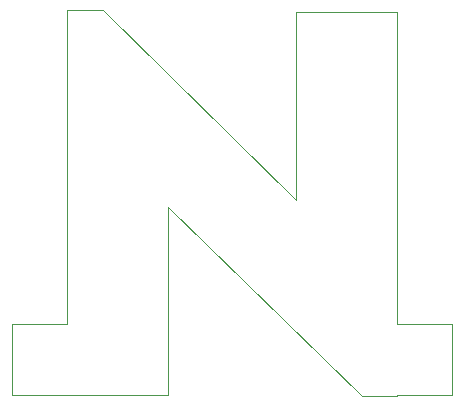
<source format=gm1>
G04 #@! TF.FileFunction,Profile,NP*
%FSLAX46Y46*%
G04 Gerber Fmt 4.6, Leading zero omitted, Abs format (unit mm)*
G04 Created by KiCad (PCBNEW 4.0.0-rc2-stable) date 3/3/2016 3:46:15 PM*
%MOMM*%
G01*
G04 APERTURE LIST*
%ADD10C,0.150000*%
%ADD11C,0.100000*%
G04 APERTURE END LIST*
D10*
D11*
X79220000Y-51200000D02*
X76260000Y-51200000D01*
X76260000Y-51200000D02*
X59910000Y-35220000D01*
X59910000Y-35220000D02*
X59910000Y-51150000D01*
X59910000Y-51150000D02*
X59900000Y-51160000D01*
X59900000Y-51160000D02*
X51330000Y-51160000D01*
X51330000Y-51160000D02*
X51330000Y-51150000D01*
X51330000Y-51150000D02*
X46630000Y-51150000D01*
X46630000Y-51150000D02*
X46630000Y-45150000D01*
X46630000Y-45150000D02*
X51330000Y-45150000D01*
X51330000Y-45150000D02*
X51330000Y-18580000D01*
X51330000Y-18580000D02*
X51330000Y-18580000D01*
X51330000Y-18580000D02*
X54350000Y-18580000D01*
X54350000Y-18580000D02*
X70740000Y-34610000D01*
X70740000Y-34610000D02*
X70740000Y-18720000D01*
X70740000Y-18720000D02*
X70740000Y-18720000D01*
X70740000Y-18720000D02*
X79220000Y-18720000D01*
X79220000Y-18720000D02*
X79220000Y-18720000D01*
X79220000Y-18720000D02*
X79220000Y-45150000D01*
X79220000Y-45150000D02*
X83920000Y-45150000D01*
X83920000Y-45150000D02*
X83920000Y-51150000D01*
X83920000Y-51150000D02*
X79220000Y-51150000D01*
X79220000Y-51150000D02*
X79220000Y-51200000D01*
X79220000Y-51200000D02*
X79220000Y-51200000D01*
X79220000Y-51200000D02*
X79220000Y-51200000D01*
X79220000Y-51200000D02*
X79220000Y-51200000D01*
M02*

</source>
